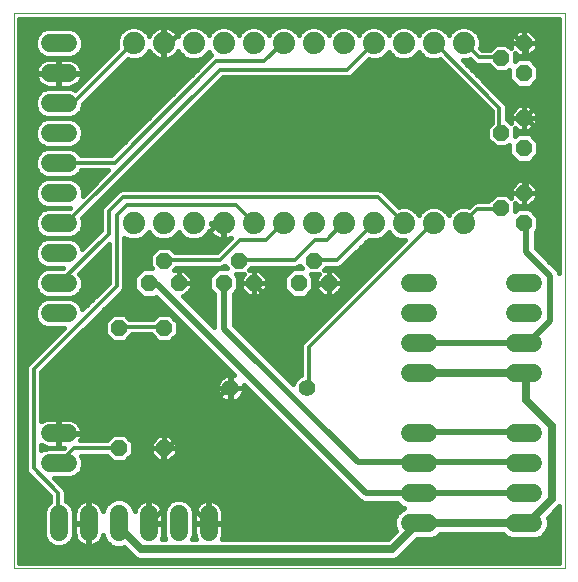
<source format=gtl>
G75*
%MOIN*%
%OFA0B0*%
%FSLAX25Y25*%
%IPPOS*%
%LPD*%
%AMOC8*
5,1,8,0,0,1.08239X$1,22.5*
%
%ADD10C,0.00000*%
%ADD11OC8,0.05200*%
%ADD12C,0.05543*%
%ADD13C,0.07400*%
%ADD14C,0.06000*%
%ADD15C,0.01200*%
%ADD16C,0.01600*%
%ADD17C,0.02500*%
%ADD18C,0.02000*%
D10*
X0001800Y0001800D02*
X0001800Y0186761D01*
X0185501Y0186761D01*
X0185501Y0001800D01*
X0001800Y0001800D01*
D11*
X0036800Y0041800D03*
X0051800Y0041800D03*
X0051800Y0081800D03*
X0036800Y0081800D03*
X0046800Y0096800D03*
X0051800Y0104300D03*
X0056800Y0096800D03*
X0071800Y0096800D03*
X0076800Y0104300D03*
X0081800Y0096800D03*
X0096800Y0096800D03*
X0101800Y0104300D03*
X0106800Y0096800D03*
X0164300Y0121800D03*
X0171800Y0116800D03*
X0171800Y0126800D03*
X0171800Y0141800D03*
X0164300Y0146800D03*
X0171800Y0151800D03*
X0171800Y0166800D03*
X0164300Y0171800D03*
X0171800Y0176800D03*
D12*
X0099595Y0061800D03*
X0074005Y0061800D03*
D13*
X0071800Y0116800D03*
X0081800Y0116800D03*
X0091800Y0116800D03*
X0101800Y0116800D03*
X0111800Y0116800D03*
X0121800Y0116800D03*
X0131800Y0116800D03*
X0141800Y0116800D03*
X0151800Y0116800D03*
X0151800Y0176800D03*
X0141800Y0176800D03*
X0131800Y0176800D03*
X0121800Y0176800D03*
X0111800Y0176800D03*
X0101800Y0176800D03*
X0091800Y0176800D03*
X0081800Y0176800D03*
X0071800Y0176800D03*
X0061800Y0176800D03*
X0051800Y0176800D03*
X0041800Y0176800D03*
X0041800Y0116800D03*
X0051800Y0116800D03*
X0061800Y0116800D03*
D14*
X0019800Y0116800D02*
X0013800Y0116800D01*
X0013800Y0106800D02*
X0019800Y0106800D01*
X0019800Y0096800D02*
X0013800Y0096800D01*
X0013800Y0086800D02*
X0019800Y0086800D01*
X0019800Y0126800D02*
X0013800Y0126800D01*
X0013800Y0136800D02*
X0019800Y0136800D01*
X0019800Y0146800D02*
X0013800Y0146800D01*
X0013800Y0156800D02*
X0019800Y0156800D01*
X0019800Y0166800D02*
X0013800Y0166800D01*
X0013800Y0176800D02*
X0019800Y0176800D01*
X0133800Y0096800D02*
X0139800Y0096800D01*
X0139800Y0086800D02*
X0133800Y0086800D01*
X0133800Y0076800D02*
X0139800Y0076800D01*
X0139800Y0066800D02*
X0133800Y0066800D01*
X0133800Y0046800D02*
X0139800Y0046800D01*
X0139800Y0036800D02*
X0133800Y0036800D01*
X0133800Y0026800D02*
X0139800Y0026800D01*
X0139800Y0016800D02*
X0133800Y0016800D01*
X0168800Y0016800D02*
X0174800Y0016800D01*
X0174800Y0026800D02*
X0168800Y0026800D01*
X0168800Y0036800D02*
X0174800Y0036800D01*
X0174800Y0046800D02*
X0168800Y0046800D01*
X0168800Y0066800D02*
X0174800Y0066800D01*
X0174800Y0076800D02*
X0168800Y0076800D01*
X0168800Y0086800D02*
X0174800Y0086800D01*
X0174800Y0096800D02*
X0168800Y0096800D01*
X0066800Y0019800D02*
X0066800Y0013800D01*
X0056800Y0013800D02*
X0056800Y0019800D01*
X0046800Y0019800D02*
X0046800Y0013800D01*
X0036800Y0013800D02*
X0036800Y0019800D01*
X0026800Y0019800D02*
X0026800Y0013800D01*
X0016800Y0013800D02*
X0016800Y0019800D01*
X0013800Y0036800D02*
X0019800Y0036800D01*
X0019800Y0046800D02*
X0013800Y0046800D01*
D15*
X0021900Y0041775D02*
X0017175Y0037050D01*
X0016800Y0036800D01*
X0021900Y0041775D02*
X0036750Y0041775D01*
X0036800Y0041800D01*
X0016500Y0026925D02*
X0008400Y0035025D01*
X0008400Y0068100D01*
X0036075Y0095775D01*
X0036075Y0119400D01*
X0039450Y0122775D01*
X0075900Y0122775D01*
X0081300Y0117375D01*
X0081800Y0116800D01*
X0086025Y0111300D02*
X0091425Y0116700D01*
X0091800Y0116800D01*
X0086025Y0111300D02*
X0077250Y0111300D01*
X0070500Y0104550D01*
X0052275Y0104550D01*
X0051800Y0104300D01*
X0033375Y0113325D02*
X0033375Y0120750D01*
X0038100Y0125475D01*
X0123150Y0125475D01*
X0131250Y0117375D01*
X0131800Y0116800D01*
X0141375Y0116700D02*
X0141800Y0116800D01*
X0141375Y0116700D02*
X0100200Y0075525D01*
X0100200Y0062025D01*
X0099595Y0061800D01*
X0101800Y0104300D02*
X0102225Y0104550D01*
X0109650Y0104550D01*
X0121800Y0116700D01*
X0121800Y0116800D01*
X0111800Y0116800D02*
X0111675Y0116700D01*
X0106275Y0111300D01*
X0102225Y0111300D01*
X0095475Y0104550D01*
X0077250Y0104550D01*
X0076800Y0104300D01*
X0051600Y0082275D02*
X0051800Y0081800D01*
X0051600Y0082275D02*
X0037425Y0082275D01*
X0036800Y0081800D01*
X0017175Y0097125D02*
X0016800Y0096800D01*
X0017175Y0097125D02*
X0033375Y0113325D01*
X0019875Y0117375D02*
X0070500Y0168000D01*
X0113025Y0168000D01*
X0121800Y0176775D01*
X0121800Y0176800D01*
X0141800Y0176800D02*
X0142050Y0176775D01*
X0163650Y0155175D01*
X0163650Y0147075D01*
X0164300Y0146800D01*
X0164300Y0121800D02*
X0163650Y0121425D01*
X0156225Y0121425D01*
X0152175Y0117375D01*
X0151800Y0116800D01*
X0156900Y0172050D02*
X0152175Y0176775D01*
X0151800Y0176800D01*
X0156900Y0172050D02*
X0163650Y0172050D01*
X0164300Y0171800D01*
X0091800Y0176800D02*
X0091425Y0176775D01*
X0085350Y0170700D01*
X0069150Y0170700D01*
X0035400Y0136950D01*
X0017175Y0136950D01*
X0016800Y0136800D01*
X0017175Y0117375D02*
X0016800Y0116800D01*
X0017175Y0117375D02*
X0019875Y0117375D01*
X0016800Y0156800D02*
X0017175Y0157200D01*
X0021900Y0157200D01*
X0041475Y0176775D01*
X0041800Y0176800D01*
X0016500Y0026925D02*
X0016500Y0016800D01*
X0016800Y0016800D01*
D16*
X0011800Y0016075D02*
X0003600Y0016075D01*
X0003600Y0017673D02*
X0011800Y0017673D01*
X0011800Y0019272D02*
X0003600Y0019272D01*
X0003600Y0020870D02*
X0011831Y0020870D01*
X0011800Y0020795D02*
X0011800Y0012805D01*
X0012561Y0010968D01*
X0013968Y0009561D01*
X0015805Y0008800D01*
X0017795Y0008800D01*
X0019632Y0009561D01*
X0021039Y0010968D01*
X0021800Y0012805D01*
X0021800Y0020795D01*
X0021039Y0022632D01*
X0019632Y0024039D01*
X0019100Y0024259D01*
X0019100Y0027442D01*
X0018704Y0028398D01*
X0015302Y0031800D01*
X0020795Y0031800D01*
X0022632Y0032561D01*
X0024039Y0033968D01*
X0024800Y0035805D01*
X0024800Y0037795D01*
X0024228Y0039175D01*
X0032920Y0039175D01*
X0034895Y0037200D01*
X0038705Y0037200D01*
X0041400Y0039895D01*
X0041400Y0043705D01*
X0038705Y0046400D01*
X0034895Y0046400D01*
X0032870Y0044375D01*
X0023952Y0044375D01*
X0024248Y0044957D01*
X0024482Y0045676D01*
X0024600Y0046422D01*
X0024600Y0046600D01*
X0017000Y0046600D01*
X0017000Y0047000D01*
X0016600Y0047000D01*
X0016600Y0051600D01*
X0013422Y0051600D01*
X0012676Y0051482D01*
X0011957Y0051248D01*
X0011284Y0050905D01*
X0011000Y0050699D01*
X0011000Y0067023D01*
X0037548Y0093571D01*
X0038279Y0094302D01*
X0038675Y0095258D01*
X0038675Y0111925D01*
X0040666Y0111100D01*
X0042934Y0111100D01*
X0045029Y0111968D01*
X0046632Y0113571D01*
X0046800Y0113976D01*
X0046968Y0113571D01*
X0048571Y0111968D01*
X0050666Y0111100D01*
X0052934Y0111100D01*
X0055029Y0111968D01*
X0056632Y0113571D01*
X0056800Y0113976D01*
X0056968Y0113571D01*
X0058571Y0111968D01*
X0060666Y0111100D01*
X0062934Y0111100D01*
X0065029Y0111968D01*
X0066632Y0113571D01*
X0066919Y0114264D01*
X0067096Y0113917D01*
X0067605Y0113217D01*
X0068217Y0112605D01*
X0068917Y0112096D01*
X0069689Y0111703D01*
X0070512Y0111435D01*
X0071367Y0111300D01*
X0071600Y0111300D01*
X0071600Y0116600D01*
X0067500Y0116600D01*
X0067500Y0117000D01*
X0071600Y0117000D01*
X0071600Y0116600D01*
X0072000Y0116600D01*
X0072000Y0111300D01*
X0072233Y0111300D01*
X0073088Y0111435D01*
X0073911Y0111703D01*
X0074043Y0111770D01*
X0069423Y0107150D01*
X0055455Y0107150D01*
X0053705Y0108900D01*
X0049895Y0108900D01*
X0047200Y0106205D01*
X0047200Y0102395D01*
X0047895Y0101700D01*
X0044770Y0101700D01*
X0041900Y0098830D01*
X0041900Y0094770D01*
X0044770Y0091900D01*
X0048830Y0091900D01*
X0049144Y0092214D01*
X0075110Y0066248D01*
X0075075Y0066259D01*
X0074365Y0066372D01*
X0074091Y0066372D01*
X0074091Y0061886D01*
X0078576Y0061886D01*
X0078576Y0062160D01*
X0078464Y0062871D01*
X0078452Y0062906D01*
X0116302Y0025056D01*
X0117231Y0024127D01*
X0118444Y0023625D01*
X0129480Y0023625D01*
X0130798Y0022307D01*
X0132022Y0021800D01*
X0130798Y0021293D01*
X0129307Y0019802D01*
X0128500Y0017854D01*
X0128500Y0015746D01*
X0129108Y0014278D01*
X0126405Y0011575D01*
X0071053Y0011575D01*
X0071248Y0011957D01*
X0071482Y0012676D01*
X0071600Y0013422D01*
X0071600Y0016600D01*
X0067000Y0016600D01*
X0067000Y0017000D01*
X0066600Y0017000D01*
X0066600Y0024600D01*
X0066422Y0024600D01*
X0065676Y0024482D01*
X0064957Y0024248D01*
X0064284Y0023905D01*
X0063673Y0023461D01*
X0063139Y0022927D01*
X0062695Y0022316D01*
X0062352Y0021643D01*
X0062118Y0020924D01*
X0062000Y0020178D01*
X0062000Y0017000D01*
X0066600Y0017000D01*
X0066600Y0016600D01*
X0062000Y0016600D01*
X0062000Y0013422D01*
X0062118Y0012676D01*
X0062352Y0011957D01*
X0062547Y0011575D01*
X0061290Y0011575D01*
X0061800Y0012805D01*
X0061800Y0020795D01*
X0061039Y0022632D01*
X0059632Y0024039D01*
X0057795Y0024800D01*
X0055805Y0024800D01*
X0053968Y0024039D01*
X0052561Y0022632D01*
X0051800Y0020795D01*
X0051800Y0012805D01*
X0052310Y0011575D01*
X0051053Y0011575D01*
X0051248Y0011957D01*
X0051482Y0012676D01*
X0051600Y0013422D01*
X0051600Y0016600D01*
X0047000Y0016600D01*
X0047000Y0017000D01*
X0046600Y0017000D01*
X0046600Y0024600D01*
X0046422Y0024600D01*
X0045676Y0024482D01*
X0044957Y0024248D01*
X0044284Y0023905D01*
X0043673Y0023461D01*
X0043139Y0022927D01*
X0042695Y0022316D01*
X0042352Y0021643D01*
X0042118Y0020924D01*
X0042100Y0020809D01*
X0042100Y0020854D01*
X0041293Y0022802D01*
X0039802Y0024293D01*
X0037854Y0025100D01*
X0035746Y0025100D01*
X0033798Y0024293D01*
X0032307Y0022802D01*
X0031500Y0020854D01*
X0031500Y0020809D01*
X0031482Y0020924D01*
X0031248Y0021643D01*
X0030905Y0022316D01*
X0030461Y0022927D01*
X0029927Y0023461D01*
X0029316Y0023905D01*
X0028643Y0024248D01*
X0027924Y0024482D01*
X0027178Y0024600D01*
X0027000Y0024600D01*
X0027000Y0017000D01*
X0026600Y0017000D01*
X0026600Y0024600D01*
X0026422Y0024600D01*
X0025676Y0024482D01*
X0024957Y0024248D01*
X0024284Y0023905D01*
X0023673Y0023461D01*
X0023139Y0022927D01*
X0022695Y0022316D01*
X0022352Y0021643D01*
X0022118Y0020924D01*
X0022000Y0020178D01*
X0022000Y0017000D01*
X0026600Y0017000D01*
X0026600Y0016600D01*
X0027000Y0016600D01*
X0027000Y0009000D01*
X0027178Y0009000D01*
X0027924Y0009118D01*
X0028643Y0009352D01*
X0029316Y0009695D01*
X0029927Y0010139D01*
X0030461Y0010673D01*
X0030905Y0011284D01*
X0031248Y0011957D01*
X0031482Y0012676D01*
X0031500Y0012791D01*
X0031500Y0012746D01*
X0032307Y0010798D01*
X0033798Y0009307D01*
X0035746Y0008500D01*
X0037854Y0008500D01*
X0038438Y0008742D01*
X0041165Y0006014D01*
X0042164Y0005015D01*
X0043469Y0004475D01*
X0128581Y0004475D01*
X0129886Y0005015D01*
X0136370Y0011500D01*
X0140854Y0011500D01*
X0142802Y0012307D01*
X0143745Y0013250D01*
X0164855Y0013250D01*
X0165798Y0012307D01*
X0167746Y0011500D01*
X0175854Y0011500D01*
X0177802Y0012307D01*
X0179293Y0013798D01*
X0180100Y0015746D01*
X0180100Y0017854D01*
X0179829Y0018509D01*
X0183701Y0022380D01*
X0183701Y0003600D01*
X0003600Y0003600D01*
X0003600Y0184961D01*
X0183701Y0184961D01*
X0183701Y0100106D01*
X0183323Y0101019D01*
X0182394Y0101948D01*
X0175725Y0108617D01*
X0175725Y0113795D01*
X0176700Y0114770D01*
X0176700Y0118830D01*
X0173830Y0121700D01*
X0169770Y0121700D01*
X0168900Y0120830D01*
X0168900Y0123477D01*
X0169977Y0122400D01*
X0171800Y0122400D01*
X0173623Y0122400D01*
X0176200Y0124977D01*
X0176200Y0126800D01*
X0176200Y0128623D01*
X0173623Y0131200D01*
X0171800Y0131200D01*
X0171800Y0126800D01*
X0172425Y0126825D01*
X0172425Y0134925D01*
X0177150Y0139650D01*
X0177150Y0147075D01*
X0172425Y0151800D01*
X0171800Y0151800D01*
X0172425Y0152475D01*
X0177150Y0157200D01*
X0177150Y0168675D01*
X0172425Y0173400D01*
X0172425Y0176775D01*
X0171800Y0176800D01*
X0171075Y0176775D01*
X0165000Y0182850D01*
X0059700Y0182850D01*
X0054300Y0177450D01*
X0052275Y0177450D01*
X0051800Y0176800D01*
X0052000Y0177000D02*
X0051600Y0177000D01*
X0051600Y0182300D01*
X0051367Y0182300D01*
X0050512Y0182165D01*
X0049689Y0181897D01*
X0048917Y0181504D01*
X0048217Y0180995D01*
X0047605Y0180383D01*
X0047096Y0179683D01*
X0046919Y0179336D01*
X0046632Y0180029D01*
X0045029Y0181632D01*
X0042934Y0182500D01*
X0040666Y0182500D01*
X0038571Y0181632D01*
X0036968Y0180029D01*
X0036100Y0177934D01*
X0036100Y0175666D01*
X0036273Y0175250D01*
X0022229Y0161206D01*
X0020795Y0161800D01*
X0012805Y0161800D01*
X0010968Y0161039D01*
X0009561Y0159632D01*
X0008800Y0157795D01*
X0008800Y0155805D01*
X0009561Y0153968D01*
X0010968Y0152561D01*
X0012805Y0151800D01*
X0010968Y0151039D01*
X0009561Y0149632D01*
X0008800Y0147795D01*
X0008800Y0145805D01*
X0009561Y0143968D01*
X0010968Y0142561D01*
X0012805Y0141800D01*
X0020795Y0141800D01*
X0022632Y0142561D01*
X0024039Y0143968D01*
X0024800Y0145805D01*
X0024800Y0147795D01*
X0024039Y0149632D01*
X0022632Y0151039D01*
X0020795Y0151800D01*
X0012805Y0151800D01*
X0020795Y0151800D01*
X0022632Y0152561D01*
X0024039Y0153968D01*
X0024800Y0155805D01*
X0024800Y0156423D01*
X0039825Y0171448D01*
X0040666Y0171100D01*
X0042934Y0171100D01*
X0045029Y0171968D01*
X0046632Y0173571D01*
X0046919Y0174264D01*
X0047096Y0173917D01*
X0047605Y0173217D01*
X0048217Y0172605D01*
X0048917Y0172096D01*
X0049689Y0171703D01*
X0050512Y0171435D01*
X0051367Y0171300D01*
X0051600Y0171300D01*
X0051600Y0176600D01*
X0052000Y0176600D01*
X0052000Y0171300D01*
X0052233Y0171300D01*
X0053088Y0171435D01*
X0053911Y0171703D01*
X0054683Y0172096D01*
X0055383Y0172605D01*
X0055995Y0173217D01*
X0056504Y0173917D01*
X0056681Y0174264D01*
X0056968Y0173571D01*
X0058571Y0171968D01*
X0060666Y0171100D01*
X0062934Y0171100D01*
X0065029Y0171968D01*
X0066632Y0173571D01*
X0066800Y0173976D01*
X0066968Y0173571D01*
X0067656Y0172883D01*
X0066946Y0172173D01*
X0066946Y0172173D01*
X0034323Y0139550D01*
X0024073Y0139550D01*
X0024039Y0139632D01*
X0022632Y0141039D01*
X0020795Y0141800D01*
X0012805Y0141800D01*
X0010968Y0141039D01*
X0009561Y0139632D01*
X0008800Y0137795D01*
X0008800Y0135805D01*
X0009561Y0133968D01*
X0010968Y0132561D01*
X0012805Y0131800D01*
X0010968Y0131039D01*
X0009561Y0129632D01*
X0008800Y0127795D01*
X0008800Y0125805D01*
X0009561Y0123968D01*
X0010968Y0122561D01*
X0012805Y0121800D01*
X0010968Y0121039D01*
X0009561Y0119632D01*
X0008800Y0117795D01*
X0008800Y0115805D01*
X0009561Y0113968D01*
X0010968Y0112561D01*
X0012805Y0111800D01*
X0020795Y0111800D01*
X0022632Y0112561D01*
X0024039Y0113968D01*
X0024800Y0115805D01*
X0024800Y0117795D01*
X0024557Y0118380D01*
X0071577Y0165400D01*
X0113542Y0165400D01*
X0114498Y0165796D01*
X0120055Y0171353D01*
X0120666Y0171100D01*
X0122934Y0171100D01*
X0125029Y0171968D01*
X0126632Y0173571D01*
X0126800Y0173976D01*
X0126968Y0173571D01*
X0128571Y0171968D01*
X0130666Y0171100D01*
X0132934Y0171100D01*
X0135029Y0171968D01*
X0136632Y0173571D01*
X0136800Y0173976D01*
X0136968Y0173571D01*
X0138571Y0171968D01*
X0140666Y0171100D01*
X0142934Y0171100D01*
X0143722Y0171426D01*
X0161050Y0154098D01*
X0161050Y0150055D01*
X0159700Y0148705D01*
X0159700Y0144895D01*
X0162395Y0142200D01*
X0166205Y0142200D01*
X0166900Y0142895D01*
X0166900Y0139770D01*
X0169770Y0136900D01*
X0173830Y0136900D01*
X0176700Y0139770D01*
X0176700Y0143830D01*
X0173830Y0146700D01*
X0169770Y0146700D01*
X0168900Y0145830D01*
X0168900Y0148477D01*
X0169977Y0147400D01*
X0171800Y0147400D01*
X0173623Y0147400D01*
X0176200Y0149977D01*
X0176200Y0151800D01*
X0176200Y0153623D01*
X0173623Y0156200D01*
X0171800Y0156200D01*
X0171800Y0151800D01*
X0171800Y0151800D01*
X0176200Y0151800D01*
X0171800Y0151800D01*
X0171800Y0151800D01*
X0171800Y0151800D01*
X0167400Y0151800D01*
X0167400Y0153623D01*
X0169977Y0156200D01*
X0171800Y0156200D01*
X0171800Y0151800D01*
X0171800Y0147400D01*
X0171800Y0151800D01*
X0171800Y0151800D01*
X0167400Y0151800D01*
X0167400Y0150205D01*
X0166250Y0151355D01*
X0166250Y0155692D01*
X0165854Y0156648D01*
X0151402Y0171100D01*
X0152934Y0171100D01*
X0153810Y0171463D01*
X0155427Y0169846D01*
X0156383Y0169450D01*
X0160145Y0169450D01*
X0162395Y0167200D01*
X0166205Y0167200D01*
X0166900Y0167895D01*
X0166900Y0164770D01*
X0169770Y0161900D01*
X0173830Y0161900D01*
X0176700Y0164770D01*
X0176700Y0168830D01*
X0173830Y0171700D01*
X0169770Y0171700D01*
X0168900Y0170830D01*
X0168900Y0173477D01*
X0169977Y0172400D01*
X0171800Y0172400D01*
X0173623Y0172400D01*
X0176200Y0174977D01*
X0176200Y0176800D01*
X0176200Y0178623D01*
X0173623Y0181200D01*
X0171800Y0181200D01*
X0171800Y0176800D01*
X0171800Y0176800D01*
X0176200Y0176800D01*
X0171800Y0176800D01*
X0171800Y0176800D01*
X0171800Y0176800D01*
X0167400Y0176800D01*
X0167400Y0178623D01*
X0169977Y0181200D01*
X0171800Y0181200D01*
X0171800Y0176800D01*
X0171800Y0172400D01*
X0171800Y0176800D01*
X0171800Y0176800D01*
X0167400Y0176800D01*
X0167400Y0175205D01*
X0166205Y0176400D01*
X0162395Y0176400D01*
X0160645Y0174650D01*
X0157977Y0174650D01*
X0157342Y0175285D01*
X0157500Y0175666D01*
X0157500Y0177934D01*
X0156632Y0180029D01*
X0155029Y0181632D01*
X0152934Y0182500D01*
X0150666Y0182500D01*
X0148571Y0181632D01*
X0146968Y0180029D01*
X0146800Y0179624D01*
X0146632Y0180029D01*
X0145029Y0181632D01*
X0142934Y0182500D01*
X0140666Y0182500D01*
X0138571Y0181632D01*
X0136968Y0180029D01*
X0136800Y0179624D01*
X0136632Y0180029D01*
X0135029Y0181632D01*
X0132934Y0182500D01*
X0130666Y0182500D01*
X0128571Y0181632D01*
X0126968Y0180029D01*
X0126800Y0179624D01*
X0126632Y0180029D01*
X0125029Y0181632D01*
X0122934Y0182500D01*
X0120666Y0182500D01*
X0118571Y0181632D01*
X0116968Y0180029D01*
X0116800Y0179624D01*
X0116632Y0180029D01*
X0115029Y0181632D01*
X0112934Y0182500D01*
X0110666Y0182500D01*
X0108571Y0181632D01*
X0106968Y0180029D01*
X0106800Y0179624D01*
X0106632Y0180029D01*
X0105029Y0181632D01*
X0102934Y0182500D01*
X0100666Y0182500D01*
X0098571Y0181632D01*
X0096968Y0180029D01*
X0096800Y0179624D01*
X0096632Y0180029D01*
X0095029Y0181632D01*
X0092934Y0182500D01*
X0090666Y0182500D01*
X0088571Y0181632D01*
X0086968Y0180029D01*
X0086800Y0179624D01*
X0086632Y0180029D01*
X0085029Y0181632D01*
X0082934Y0182500D01*
X0080666Y0182500D01*
X0078571Y0181632D01*
X0076968Y0180029D01*
X0076800Y0179624D01*
X0076632Y0180029D01*
X0075029Y0181632D01*
X0072934Y0182500D01*
X0070666Y0182500D01*
X0068571Y0181632D01*
X0066968Y0180029D01*
X0066800Y0179624D01*
X0066632Y0180029D01*
X0065029Y0181632D01*
X0062934Y0182500D01*
X0060666Y0182500D01*
X0058571Y0181632D01*
X0056968Y0180029D01*
X0056681Y0179336D01*
X0056504Y0179683D01*
X0055995Y0180383D01*
X0055383Y0180995D01*
X0054683Y0181504D01*
X0053911Y0181897D01*
X0053088Y0182165D01*
X0052233Y0182300D01*
X0052000Y0182300D01*
X0052000Y0177000D01*
X0052000Y0177525D02*
X0051600Y0177525D01*
X0051600Y0179123D02*
X0052000Y0179123D01*
X0052000Y0180722D02*
X0051600Y0180722D01*
X0047943Y0180722D02*
X0045939Y0180722D01*
X0043368Y0182320D02*
X0060232Y0182320D01*
X0057661Y0180722D02*
X0055657Y0180722D01*
X0052000Y0175926D02*
X0051600Y0175926D01*
X0051600Y0174328D02*
X0052000Y0174328D01*
X0052000Y0172729D02*
X0051600Y0172729D01*
X0048093Y0172729D02*
X0045790Y0172729D01*
X0043008Y0171131D02*
X0060592Y0171131D01*
X0063008Y0171131D02*
X0065904Y0171131D01*
X0065790Y0172729D02*
X0067502Y0172729D01*
X0064305Y0169532D02*
X0037909Y0169532D01*
X0039507Y0171131D02*
X0040592Y0171131D01*
X0036310Y0167934D02*
X0062707Y0167934D01*
X0061108Y0166335D02*
X0034712Y0166335D01*
X0033113Y0164737D02*
X0059510Y0164737D01*
X0057911Y0163138D02*
X0031515Y0163138D01*
X0029916Y0161539D02*
X0056313Y0161539D01*
X0054714Y0159941D02*
X0028318Y0159941D01*
X0026719Y0158342D02*
X0053116Y0158342D01*
X0051517Y0156744D02*
X0025121Y0156744D01*
X0024527Y0155145D02*
X0049919Y0155145D01*
X0048320Y0153547D02*
X0023618Y0153547D01*
X0021153Y0151948D02*
X0046721Y0151948D01*
X0045123Y0150350D02*
X0023321Y0150350D01*
X0024404Y0148751D02*
X0043524Y0148751D01*
X0041926Y0147153D02*
X0024800Y0147153D01*
X0024696Y0145554D02*
X0040327Y0145554D01*
X0038729Y0143956D02*
X0024027Y0143956D01*
X0022140Y0142357D02*
X0037130Y0142357D01*
X0035532Y0140759D02*
X0022912Y0140759D01*
X0024197Y0134350D02*
X0033173Y0134350D01*
X0024800Y0125977D01*
X0024800Y0127795D01*
X0024039Y0129632D01*
X0022632Y0131039D01*
X0020795Y0131800D01*
X0012805Y0131800D01*
X0020795Y0131800D01*
X0022632Y0132561D01*
X0024039Y0133968D01*
X0024197Y0134350D01*
X0022837Y0132766D02*
X0031589Y0132766D01*
X0029991Y0131168D02*
X0022321Y0131168D01*
X0024065Y0129569D02*
X0028392Y0129569D01*
X0026794Y0127971D02*
X0024727Y0127971D01*
X0024800Y0126372D02*
X0025195Y0126372D01*
X0029352Y0123175D02*
X0032123Y0123175D01*
X0031171Y0122223D02*
X0030775Y0121267D01*
X0030775Y0114402D01*
X0024615Y0108242D01*
X0024039Y0109632D01*
X0022632Y0111039D01*
X0020795Y0111800D01*
X0012805Y0111800D01*
X0010968Y0111039D01*
X0009561Y0109632D01*
X0008800Y0107795D01*
X0008800Y0105805D01*
X0009561Y0103968D01*
X0010968Y0102561D01*
X0012805Y0101800D01*
X0010968Y0101039D01*
X0009561Y0099632D01*
X0008800Y0097795D01*
X0008800Y0095805D01*
X0009561Y0093968D01*
X0010968Y0092561D01*
X0012805Y0091800D01*
X0010968Y0091039D01*
X0009561Y0089632D01*
X0008800Y0087795D01*
X0008800Y0085805D01*
X0009561Y0083968D01*
X0010968Y0082561D01*
X0012805Y0081800D01*
X0018423Y0081800D01*
X0006196Y0069573D01*
X0005800Y0068617D01*
X0005800Y0034508D01*
X0006196Y0033552D01*
X0006927Y0032821D01*
X0013900Y0025848D01*
X0013900Y0023971D01*
X0012561Y0022632D01*
X0011800Y0020795D01*
X0012494Y0022469D02*
X0003600Y0022469D01*
X0003600Y0024068D02*
X0013900Y0024068D01*
X0013900Y0025666D02*
X0003600Y0025666D01*
X0003600Y0027265D02*
X0012484Y0027265D01*
X0010885Y0028863D02*
X0003600Y0028863D01*
X0003600Y0030462D02*
X0009286Y0030462D01*
X0007688Y0032060D02*
X0003600Y0032060D01*
X0003600Y0033659D02*
X0006152Y0033659D01*
X0005800Y0035257D02*
X0003600Y0035257D01*
X0003600Y0036856D02*
X0005800Y0036856D01*
X0005800Y0038454D02*
X0003600Y0038454D01*
X0003600Y0040053D02*
X0005800Y0040053D01*
X0005800Y0041651D02*
X0003600Y0041651D01*
X0003600Y0043250D02*
X0005800Y0043250D01*
X0005800Y0044848D02*
X0003600Y0044848D01*
X0003600Y0046447D02*
X0005800Y0046447D01*
X0005800Y0048045D02*
X0003600Y0048045D01*
X0003600Y0049644D02*
X0005800Y0049644D01*
X0005800Y0051242D02*
X0003600Y0051242D01*
X0003600Y0052841D02*
X0005800Y0052841D01*
X0005800Y0054439D02*
X0003600Y0054439D01*
X0003600Y0056038D02*
X0005800Y0056038D01*
X0005800Y0057636D02*
X0003600Y0057636D01*
X0003600Y0059235D02*
X0005800Y0059235D01*
X0005800Y0060833D02*
X0003600Y0060833D01*
X0003600Y0062432D02*
X0005800Y0062432D01*
X0005800Y0064030D02*
X0003600Y0064030D01*
X0003600Y0065629D02*
X0005800Y0065629D01*
X0005800Y0067227D02*
X0003600Y0067227D01*
X0003600Y0068826D02*
X0005886Y0068826D01*
X0007047Y0070424D02*
X0003600Y0070424D01*
X0003600Y0072023D02*
X0008646Y0072023D01*
X0010244Y0073621D02*
X0003600Y0073621D01*
X0003600Y0075220D02*
X0011843Y0075220D01*
X0013441Y0076818D02*
X0003600Y0076818D01*
X0003600Y0078417D02*
X0015040Y0078417D01*
X0016638Y0080015D02*
X0003600Y0080015D01*
X0003600Y0081614D02*
X0018237Y0081614D01*
X0022394Y0078417D02*
X0033678Y0078417D01*
X0034895Y0077200D02*
X0032200Y0079895D01*
X0032200Y0083705D01*
X0034895Y0086400D01*
X0038705Y0086400D01*
X0040230Y0084875D01*
X0048370Y0084875D01*
X0049895Y0086400D01*
X0053705Y0086400D01*
X0056400Y0083705D01*
X0056400Y0079895D01*
X0053705Y0077200D01*
X0049895Y0077200D01*
X0047420Y0079675D01*
X0041180Y0079675D01*
X0038705Y0077200D01*
X0034895Y0077200D01*
X0032200Y0080015D02*
X0023992Y0080015D01*
X0025591Y0081614D02*
X0032200Y0081614D01*
X0032200Y0083212D02*
X0027189Y0083212D01*
X0028788Y0084811D02*
X0033306Y0084811D01*
X0030386Y0086409D02*
X0054949Y0086409D01*
X0053625Y0087000D02*
X0073875Y0066750D01*
X0073875Y0062025D01*
X0074005Y0061800D01*
X0073200Y0062025D01*
X0053625Y0042450D01*
X0052275Y0042450D01*
X0051800Y0041800D01*
X0051600Y0041775D01*
X0051600Y0024900D01*
X0059025Y0024900D01*
X0062400Y0021525D01*
X0062400Y0020850D01*
X0066450Y0016800D01*
X0066800Y0016800D01*
X0067000Y0017000D02*
X0067000Y0024600D01*
X0067178Y0024600D01*
X0067924Y0024482D01*
X0068643Y0024248D01*
X0069316Y0023905D01*
X0069927Y0023461D01*
X0070461Y0022927D01*
X0070905Y0022316D01*
X0071248Y0021643D01*
X0071482Y0020924D01*
X0071600Y0020178D01*
X0071600Y0017000D01*
X0067000Y0017000D01*
X0067000Y0017673D02*
X0066600Y0017673D01*
X0066600Y0019272D02*
X0067000Y0019272D01*
X0067000Y0020870D02*
X0066600Y0020870D01*
X0066600Y0022469D02*
X0067000Y0022469D01*
X0067000Y0024068D02*
X0066600Y0024068D01*
X0064603Y0024068D02*
X0059563Y0024068D01*
X0061106Y0022469D02*
X0062806Y0022469D01*
X0062110Y0020870D02*
X0061769Y0020870D01*
X0061800Y0019272D02*
X0062000Y0019272D01*
X0062000Y0017673D02*
X0061800Y0017673D01*
X0061800Y0016075D02*
X0062000Y0016075D01*
X0062000Y0014476D02*
X0061800Y0014476D01*
X0061800Y0012878D02*
X0062086Y0012878D01*
X0071514Y0012878D02*
X0127707Y0012878D01*
X0129026Y0014476D02*
X0071600Y0014476D01*
X0071600Y0016075D02*
X0128500Y0016075D01*
X0128500Y0017673D02*
X0071600Y0017673D01*
X0071600Y0019272D02*
X0129087Y0019272D01*
X0130375Y0020870D02*
X0071490Y0020870D01*
X0070794Y0022469D02*
X0130636Y0022469D01*
X0136150Y0011279D02*
X0183701Y0011279D01*
X0183701Y0009681D02*
X0134551Y0009681D01*
X0132953Y0008082D02*
X0183701Y0008082D01*
X0183701Y0006484D02*
X0131354Y0006484D01*
X0129572Y0004885D02*
X0183701Y0004885D01*
X0183701Y0012878D02*
X0178373Y0012878D01*
X0179574Y0014476D02*
X0183701Y0014476D01*
X0183701Y0016075D02*
X0180100Y0016075D01*
X0180100Y0017673D02*
X0183701Y0017673D01*
X0183701Y0019272D02*
X0180592Y0019272D01*
X0182191Y0020870D02*
X0183701Y0020870D01*
X0165227Y0012878D02*
X0143373Y0012878D01*
X0117375Y0024068D02*
X0068997Y0024068D01*
X0054037Y0024068D02*
X0048997Y0024068D01*
X0049316Y0023905D02*
X0048643Y0024248D01*
X0047924Y0024482D01*
X0047178Y0024600D01*
X0047000Y0024600D01*
X0047000Y0017000D01*
X0051600Y0017000D01*
X0051600Y0020178D01*
X0051482Y0020924D01*
X0051248Y0021643D01*
X0050905Y0022316D01*
X0050461Y0022927D01*
X0049927Y0023461D01*
X0049316Y0023905D01*
X0050794Y0022469D02*
X0052494Y0022469D01*
X0051600Y0021525D02*
X0046875Y0016800D01*
X0046800Y0016800D01*
X0046600Y0017673D02*
X0047000Y0017673D01*
X0047000Y0019272D02*
X0046600Y0019272D01*
X0046600Y0020870D02*
X0047000Y0020870D01*
X0047000Y0022469D02*
X0046600Y0022469D01*
X0046600Y0024068D02*
X0047000Y0024068D01*
X0044603Y0024068D02*
X0040028Y0024068D01*
X0041431Y0022469D02*
X0042806Y0022469D01*
X0042110Y0020870D02*
X0042093Y0020870D01*
X0033572Y0024068D02*
X0028997Y0024068D01*
X0027000Y0024068D02*
X0026600Y0024068D01*
X0026600Y0022469D02*
X0027000Y0022469D01*
X0027000Y0020870D02*
X0026600Y0020870D01*
X0026600Y0019272D02*
X0027000Y0019272D01*
X0027000Y0017673D02*
X0026600Y0017673D01*
X0026600Y0016600D02*
X0022000Y0016600D01*
X0022000Y0013422D01*
X0022118Y0012676D01*
X0022352Y0011957D01*
X0022695Y0011284D01*
X0023139Y0010673D01*
X0023673Y0010139D01*
X0024284Y0009695D01*
X0024957Y0009352D01*
X0025676Y0009118D01*
X0026422Y0009000D01*
X0026600Y0009000D01*
X0026600Y0016600D01*
X0026600Y0016075D02*
X0027000Y0016075D01*
X0027000Y0014476D02*
X0026600Y0014476D01*
X0026600Y0012878D02*
X0027000Y0012878D01*
X0027000Y0011279D02*
X0026600Y0011279D01*
X0026600Y0009681D02*
X0027000Y0009681D01*
X0029289Y0009681D02*
X0033424Y0009681D01*
X0032107Y0011279D02*
X0030902Y0011279D01*
X0024311Y0009681D02*
X0019752Y0009681D01*
X0021168Y0011279D02*
X0022698Y0011279D01*
X0022086Y0012878D02*
X0021800Y0012878D01*
X0021800Y0014476D02*
X0022000Y0014476D01*
X0022000Y0016075D02*
X0021800Y0016075D01*
X0021800Y0017673D02*
X0022000Y0017673D01*
X0022000Y0019272D02*
X0021800Y0019272D01*
X0021769Y0020870D02*
X0022110Y0020870D01*
X0022806Y0022469D02*
X0021106Y0022469D01*
X0019563Y0024068D02*
X0024603Y0024068D01*
X0019100Y0025666D02*
X0115692Y0025666D01*
X0114094Y0027265D02*
X0019100Y0027265D01*
X0018239Y0028863D02*
X0112495Y0028863D01*
X0110897Y0030462D02*
X0016640Y0030462D01*
X0021422Y0032060D02*
X0109298Y0032060D01*
X0107700Y0033659D02*
X0023730Y0033659D01*
X0024573Y0035257D02*
X0106101Y0035257D01*
X0104502Y0036856D02*
X0024800Y0036856D01*
X0024527Y0038454D02*
X0033641Y0038454D01*
X0033343Y0044848D02*
X0024193Y0044848D01*
X0024600Y0046447D02*
X0094911Y0046447D01*
X0093313Y0048045D02*
X0024442Y0048045D01*
X0024482Y0047924D02*
X0024248Y0048643D01*
X0023905Y0049316D01*
X0023461Y0049927D01*
X0022927Y0050461D01*
X0022316Y0050905D01*
X0021643Y0051248D01*
X0020924Y0051482D01*
X0020178Y0051600D01*
X0017000Y0051600D01*
X0017000Y0047000D01*
X0024600Y0047000D01*
X0024600Y0047178D01*
X0024482Y0047924D01*
X0023667Y0049644D02*
X0091714Y0049644D01*
X0090116Y0051242D02*
X0021655Y0051242D01*
X0017000Y0051242D02*
X0016600Y0051242D01*
X0016600Y0049644D02*
X0017000Y0049644D01*
X0017000Y0048045D02*
X0016600Y0048045D01*
X0016600Y0046600D02*
X0017000Y0046600D01*
X0017000Y0042000D01*
X0018448Y0042000D01*
X0018248Y0041800D01*
X0012805Y0041800D01*
X0011000Y0041052D01*
X0011000Y0042901D01*
X0011284Y0042695D01*
X0011957Y0042352D01*
X0012676Y0042118D01*
X0013422Y0042000D01*
X0016600Y0042000D01*
X0016600Y0046600D01*
X0016600Y0046447D02*
X0017000Y0046447D01*
X0017000Y0044848D02*
X0016600Y0044848D01*
X0016600Y0043250D02*
X0017000Y0043250D01*
X0012446Y0041651D02*
X0011000Y0041651D01*
X0011000Y0051242D02*
X0011945Y0051242D01*
X0011000Y0052841D02*
X0088517Y0052841D01*
X0086919Y0054439D02*
X0011000Y0054439D01*
X0011000Y0056038D02*
X0085320Y0056038D01*
X0083722Y0057636D02*
X0075903Y0057636D01*
X0075760Y0057563D02*
X0076401Y0057890D01*
X0076983Y0058313D01*
X0077492Y0058822D01*
X0077915Y0059404D01*
X0078241Y0060045D01*
X0078464Y0060729D01*
X0078576Y0061440D01*
X0078576Y0061714D01*
X0074091Y0061714D01*
X0074091Y0061886D01*
X0073919Y0061886D01*
X0073919Y0066372D01*
X0073645Y0066372D01*
X0072934Y0066259D01*
X0072250Y0066037D01*
X0071609Y0065710D01*
X0071026Y0065287D01*
X0070518Y0064778D01*
X0070095Y0064196D01*
X0069768Y0063555D01*
X0069546Y0062871D01*
X0069433Y0062160D01*
X0069433Y0061886D01*
X0073919Y0061886D01*
X0073919Y0061714D01*
X0074091Y0061714D01*
X0074091Y0057228D01*
X0074365Y0057228D01*
X0075075Y0057341D01*
X0075760Y0057563D01*
X0074091Y0057636D02*
X0073919Y0057636D01*
X0073919Y0057228D02*
X0073919Y0061714D01*
X0069433Y0061714D01*
X0069433Y0061440D01*
X0069546Y0060729D01*
X0069768Y0060045D01*
X0070095Y0059404D01*
X0070518Y0058822D01*
X0071026Y0058313D01*
X0071609Y0057890D01*
X0072250Y0057563D01*
X0072934Y0057341D01*
X0073645Y0057228D01*
X0073919Y0057228D01*
X0072107Y0057636D02*
X0011000Y0057636D01*
X0011000Y0059235D02*
X0070218Y0059235D01*
X0069529Y0060833D02*
X0011000Y0060833D01*
X0011000Y0062432D02*
X0069476Y0062432D01*
X0070010Y0064030D02*
X0011000Y0064030D01*
X0011000Y0065629D02*
X0071497Y0065629D01*
X0073919Y0065629D02*
X0074091Y0065629D01*
X0074091Y0064030D02*
X0073919Y0064030D01*
X0073919Y0062432D02*
X0074091Y0062432D01*
X0074091Y0060833D02*
X0073919Y0060833D01*
X0073919Y0059235D02*
X0074091Y0059235D01*
X0077792Y0059235D02*
X0082123Y0059235D01*
X0080525Y0060833D02*
X0078480Y0060833D01*
X0078533Y0062432D02*
X0078926Y0062432D01*
X0074131Y0067227D02*
X0011204Y0067227D01*
X0012803Y0068826D02*
X0072532Y0068826D01*
X0070934Y0070424D02*
X0014401Y0070424D01*
X0016000Y0072023D02*
X0069335Y0072023D01*
X0067737Y0073621D02*
X0017598Y0073621D01*
X0019197Y0075220D02*
X0066138Y0075220D01*
X0064540Y0076818D02*
X0020795Y0076818D01*
X0024688Y0088065D02*
X0024039Y0089632D01*
X0022632Y0091039D01*
X0020795Y0091800D01*
X0012805Y0091800D01*
X0020795Y0091800D01*
X0022632Y0092561D01*
X0024039Y0093968D01*
X0024800Y0095805D01*
X0024800Y0097795D01*
X0024039Y0099632D01*
X0023699Y0099972D01*
X0033475Y0109748D01*
X0033475Y0096852D01*
X0024688Y0088065D01*
X0024049Y0089606D02*
X0026230Y0089606D01*
X0027828Y0091205D02*
X0022231Y0091205D01*
X0022875Y0092803D02*
X0029427Y0092803D01*
X0031025Y0094402D02*
X0024219Y0094402D01*
X0024800Y0096001D02*
X0032624Y0096001D01*
X0033475Y0097599D02*
X0024800Y0097599D01*
X0024219Y0099198D02*
X0033475Y0099198D01*
X0033475Y0100796D02*
X0024523Y0100796D01*
X0026121Y0102395D02*
X0033475Y0102395D01*
X0033475Y0103993D02*
X0027720Y0103993D01*
X0029319Y0105592D02*
X0033475Y0105592D01*
X0033475Y0107190D02*
X0030917Y0107190D01*
X0032516Y0108789D02*
X0033475Y0108789D01*
X0028359Y0111986D02*
X0021243Y0111986D01*
X0023284Y0110387D02*
X0026760Y0110387D01*
X0025162Y0108789D02*
X0024388Y0108789D01*
X0023655Y0113584D02*
X0029957Y0113584D01*
X0030775Y0115183D02*
X0024542Y0115183D01*
X0024800Y0116781D02*
X0030775Y0116781D01*
X0030775Y0118380D02*
X0024558Y0118380D01*
X0026155Y0119978D02*
X0030775Y0119978D01*
X0030903Y0121577D02*
X0027754Y0121577D01*
X0031171Y0122223D02*
X0035896Y0126948D01*
X0036627Y0127679D01*
X0037583Y0128075D01*
X0123667Y0128075D01*
X0124623Y0127679D01*
X0130055Y0122247D01*
X0130666Y0122500D01*
X0132934Y0122500D01*
X0135029Y0121632D01*
X0136632Y0120029D01*
X0136800Y0119624D01*
X0136968Y0120029D01*
X0138571Y0121632D01*
X0140666Y0122500D01*
X0142934Y0122500D01*
X0145029Y0121632D01*
X0146632Y0120029D01*
X0146800Y0119624D01*
X0146968Y0120029D01*
X0148571Y0121632D01*
X0150666Y0122500D01*
X0152934Y0122500D01*
X0153421Y0122298D01*
X0154752Y0123629D01*
X0155708Y0124025D01*
X0160020Y0124025D01*
X0162395Y0126400D01*
X0166205Y0126400D01*
X0167400Y0125205D01*
X0167400Y0126800D01*
X0171800Y0126800D01*
X0171800Y0126800D01*
X0176200Y0126800D01*
X0171800Y0126800D01*
X0171800Y0126800D01*
X0171800Y0126800D01*
X0171800Y0131200D01*
X0169977Y0131200D01*
X0167400Y0128623D01*
X0167400Y0126800D01*
X0171800Y0126800D01*
X0171800Y0122400D01*
X0171800Y0126800D01*
X0171800Y0126800D01*
X0171800Y0126372D02*
X0171800Y0126372D01*
X0171800Y0124774D02*
X0171800Y0124774D01*
X0171800Y0123175D02*
X0171800Y0123175D01*
X0174398Y0123175D02*
X0183701Y0123175D01*
X0183701Y0121577D02*
X0173953Y0121577D01*
X0175551Y0119978D02*
X0183701Y0119978D01*
X0183701Y0118380D02*
X0176700Y0118380D01*
X0176700Y0116781D02*
X0183701Y0116781D01*
X0183701Y0115183D02*
X0176700Y0115183D01*
X0175725Y0113584D02*
X0183701Y0113584D01*
X0183701Y0111986D02*
X0175725Y0111986D01*
X0175725Y0110387D02*
X0183701Y0110387D01*
X0183701Y0108789D02*
X0175725Y0108789D01*
X0177152Y0107190D02*
X0183701Y0107190D01*
X0183701Y0105592D02*
X0178750Y0105592D01*
X0180349Y0103993D02*
X0183701Y0103993D01*
X0183701Y0102395D02*
X0181947Y0102395D01*
X0182394Y0101948D02*
X0182394Y0101948D01*
X0183415Y0100796D02*
X0183701Y0100796D01*
X0169647Y0121577D02*
X0168900Y0121577D01*
X0168900Y0123175D02*
X0169202Y0123175D01*
X0167400Y0126372D02*
X0166233Y0126372D01*
X0167400Y0127971D02*
X0123919Y0127971D01*
X0125930Y0126372D02*
X0162367Y0126372D01*
X0160768Y0124774D02*
X0127528Y0124774D01*
X0129127Y0123175D02*
X0154298Y0123175D01*
X0148516Y0121577D02*
X0145084Y0121577D01*
X0146653Y0119978D02*
X0146947Y0119978D01*
X0138516Y0121577D02*
X0135084Y0121577D01*
X0136653Y0119978D02*
X0136947Y0119978D01*
X0130666Y0111100D02*
X0128571Y0111968D01*
X0126968Y0113571D01*
X0126800Y0113976D01*
X0126632Y0113571D01*
X0125029Y0111968D01*
X0122934Y0111100D01*
X0120666Y0111100D01*
X0120108Y0111331D01*
X0111123Y0102346D01*
X0110167Y0101950D01*
X0105955Y0101950D01*
X0105205Y0101200D01*
X0106800Y0101200D01*
X0106800Y0096800D01*
X0106275Y0096450D01*
X0103575Y0096450D01*
X0098850Y0091725D01*
X0086700Y0091725D01*
X0081975Y0096450D01*
X0081800Y0096800D01*
X0081800Y0096800D01*
X0081800Y0101200D01*
X0083623Y0101200D01*
X0086200Y0098623D01*
X0086200Y0096800D01*
X0081800Y0096800D01*
X0081800Y0096800D01*
X0081800Y0101200D01*
X0080205Y0101200D01*
X0080955Y0101950D01*
X0095992Y0101950D01*
X0096948Y0102346D01*
X0097200Y0102598D01*
X0097200Y0102395D01*
X0097895Y0101700D01*
X0094770Y0101700D01*
X0091900Y0098830D01*
X0091900Y0094770D01*
X0094770Y0091900D01*
X0098830Y0091900D01*
X0101700Y0094770D01*
X0101700Y0098830D01*
X0100830Y0099700D01*
X0103477Y0099700D01*
X0102400Y0098623D01*
X0102400Y0096800D01*
X0106800Y0096800D01*
X0106800Y0096800D01*
X0111200Y0096800D01*
X0111200Y0098623D01*
X0108623Y0101200D01*
X0106800Y0101200D01*
X0106800Y0096800D01*
X0106800Y0096800D01*
X0111200Y0096800D01*
X0111200Y0094977D01*
X0108623Y0092400D01*
X0106800Y0092400D01*
X0106800Y0096800D01*
X0106800Y0096800D01*
X0106800Y0096800D01*
X0106800Y0092400D01*
X0104977Y0092400D01*
X0102400Y0094977D01*
X0102400Y0096800D01*
X0106800Y0096800D01*
X0106800Y0097599D02*
X0106800Y0097599D01*
X0106800Y0096001D02*
X0106800Y0096001D01*
X0106800Y0094402D02*
X0106800Y0094402D01*
X0106800Y0092803D02*
X0106800Y0092803D01*
X0109026Y0092803D02*
X0113802Y0092803D01*
X0112203Y0091205D02*
X0075150Y0091205D01*
X0075150Y0092803D02*
X0079574Y0092803D01*
X0079977Y0092400D02*
X0077400Y0094977D01*
X0077400Y0096800D01*
X0081800Y0096800D01*
X0086200Y0096800D01*
X0086200Y0094977D01*
X0083623Y0092400D01*
X0081800Y0092400D01*
X0081800Y0096800D01*
X0081800Y0096800D01*
X0081800Y0096800D01*
X0081800Y0092400D01*
X0079977Y0092400D01*
X0081800Y0092803D02*
X0081800Y0092803D01*
X0081800Y0094402D02*
X0081800Y0094402D01*
X0081800Y0096001D02*
X0081800Y0096001D01*
X0081800Y0096800D02*
X0077400Y0096800D01*
X0077400Y0098623D01*
X0078477Y0099700D01*
X0075830Y0099700D01*
X0076700Y0098830D01*
X0076700Y0094770D01*
X0075150Y0093220D01*
X0075150Y0082967D01*
X0094983Y0063134D01*
X0095550Y0064503D01*
X0096892Y0065845D01*
X0097600Y0066138D01*
X0097600Y0075008D01*
X0097600Y0076042D01*
X0097996Y0076998D01*
X0132098Y0111100D01*
X0130666Y0111100D01*
X0131385Y0110387D02*
X0119164Y0110387D01*
X0117566Y0108789D02*
X0129787Y0108789D01*
X0128188Y0107190D02*
X0115967Y0107190D01*
X0114369Y0105592D02*
X0126590Y0105592D01*
X0124991Y0103993D02*
X0112770Y0103993D01*
X0111172Y0102395D02*
X0123393Y0102395D01*
X0121794Y0100796D02*
X0109026Y0100796D01*
X0106800Y0100796D02*
X0106800Y0100796D01*
X0106800Y0099198D02*
X0106800Y0099198D01*
X0102975Y0099198D02*
X0101332Y0099198D01*
X0101700Y0097599D02*
X0102400Y0097599D01*
X0102400Y0096001D02*
X0101700Y0096001D01*
X0101332Y0094402D02*
X0102975Y0094402D01*
X0104574Y0092803D02*
X0099733Y0092803D01*
X0093867Y0092803D02*
X0084026Y0092803D01*
X0085625Y0094402D02*
X0092268Y0094402D01*
X0091900Y0096001D02*
X0086200Y0096001D01*
X0086200Y0097599D02*
X0091900Y0097599D01*
X0092268Y0099198D02*
X0085625Y0099198D01*
X0084026Y0100796D02*
X0093866Y0100796D01*
X0096996Y0102395D02*
X0097200Y0102395D01*
X0110625Y0099198D02*
X0120196Y0099198D01*
X0118597Y0097599D02*
X0111200Y0097599D01*
X0111200Y0096001D02*
X0116999Y0096001D01*
X0115400Y0094402D02*
X0110625Y0094402D01*
X0110605Y0089606D02*
X0075150Y0089606D01*
X0075150Y0088008D02*
X0109006Y0088008D01*
X0107408Y0086409D02*
X0075150Y0086409D01*
X0075150Y0084811D02*
X0105809Y0084811D01*
X0104210Y0083212D02*
X0075150Y0083212D01*
X0076503Y0081614D02*
X0102612Y0081614D01*
X0101013Y0080015D02*
X0078101Y0080015D01*
X0079700Y0078417D02*
X0099415Y0078417D01*
X0097922Y0076818D02*
X0081298Y0076818D01*
X0082897Y0075220D02*
X0097600Y0075220D01*
X0097600Y0073621D02*
X0084496Y0073621D01*
X0086094Y0072023D02*
X0097600Y0072023D01*
X0097600Y0070424D02*
X0087693Y0070424D01*
X0089291Y0068826D02*
X0097600Y0068826D01*
X0097600Y0067227D02*
X0090890Y0067227D01*
X0092488Y0065629D02*
X0096676Y0065629D01*
X0095354Y0064030D02*
X0094087Y0064030D01*
X0096510Y0044848D02*
X0054974Y0044848D01*
X0056200Y0043623D02*
X0053623Y0046200D01*
X0051800Y0046200D01*
X0051800Y0041800D01*
X0051800Y0041800D01*
X0056200Y0041800D01*
X0056200Y0043623D01*
X0056200Y0043250D02*
X0098108Y0043250D01*
X0099707Y0041651D02*
X0056200Y0041651D01*
X0056200Y0041800D02*
X0051800Y0041800D01*
X0051800Y0041800D01*
X0051800Y0041800D01*
X0047400Y0041800D01*
X0047400Y0043623D01*
X0049977Y0046200D01*
X0051800Y0046200D01*
X0051800Y0041800D01*
X0051800Y0037400D01*
X0053623Y0037400D01*
X0056200Y0039977D01*
X0056200Y0041800D01*
X0056200Y0040053D02*
X0101305Y0040053D01*
X0102904Y0038454D02*
X0054677Y0038454D01*
X0051800Y0038454D02*
X0051800Y0038454D01*
X0051800Y0037400D02*
X0049977Y0037400D01*
X0047400Y0039977D01*
X0047400Y0041800D01*
X0051800Y0041800D01*
X0051800Y0041800D01*
X0051800Y0037400D01*
X0051800Y0040053D02*
X0051800Y0040053D01*
X0051800Y0041651D02*
X0051800Y0041651D01*
X0051800Y0043250D02*
X0051800Y0043250D01*
X0051800Y0044848D02*
X0051800Y0044848D01*
X0048626Y0044848D02*
X0040257Y0044848D01*
X0041400Y0043250D02*
X0047400Y0043250D01*
X0047400Y0041651D02*
X0041400Y0041651D01*
X0041400Y0040053D02*
X0047400Y0040053D01*
X0048923Y0038454D02*
X0039959Y0038454D01*
X0051600Y0024900D02*
X0051600Y0021525D01*
X0051490Y0020870D02*
X0051831Y0020870D01*
X0051800Y0019272D02*
X0051600Y0019272D01*
X0051600Y0017673D02*
X0051800Y0017673D01*
X0051800Y0016075D02*
X0051600Y0016075D01*
X0051600Y0014476D02*
X0051800Y0014476D01*
X0051800Y0012878D02*
X0051514Y0012878D01*
X0042478Y0004885D02*
X0003600Y0004885D01*
X0003600Y0006484D02*
X0040696Y0006484D01*
X0039097Y0008082D02*
X0003600Y0008082D01*
X0003600Y0009681D02*
X0013848Y0009681D01*
X0012432Y0011279D02*
X0003600Y0011279D01*
X0003600Y0012878D02*
X0011800Y0012878D01*
X0011800Y0014476D02*
X0003600Y0014476D01*
X0030794Y0022469D02*
X0032169Y0022469D01*
X0031507Y0020870D02*
X0031490Y0020870D01*
X0039922Y0078417D02*
X0048678Y0078417D01*
X0054922Y0078417D02*
X0062941Y0078417D01*
X0061343Y0080015D02*
X0056400Y0080015D01*
X0056400Y0081614D02*
X0059744Y0081614D01*
X0058146Y0083212D02*
X0056400Y0083212D01*
X0056547Y0084811D02*
X0055294Y0084811D01*
X0053625Y0087000D02*
X0049575Y0087000D01*
X0041475Y0095100D01*
X0041475Y0100500D01*
X0050250Y0109275D01*
X0062400Y0109275D01*
X0069825Y0116700D01*
X0071175Y0116700D01*
X0071800Y0116800D01*
X0071600Y0116781D02*
X0067500Y0116781D01*
X0067338Y0113584D02*
X0066638Y0113584D01*
X0065047Y0111986D02*
X0069134Y0111986D01*
X0071600Y0111986D02*
X0072000Y0111986D01*
X0072000Y0113584D02*
X0071600Y0113584D01*
X0071600Y0115183D02*
X0072000Y0115183D01*
X0072660Y0110387D02*
X0038675Y0110387D01*
X0038675Y0108789D02*
X0049783Y0108789D01*
X0048185Y0107190D02*
X0038675Y0107190D01*
X0038675Y0105592D02*
X0047200Y0105592D01*
X0047200Y0103993D02*
X0038675Y0103993D01*
X0038675Y0102395D02*
X0047200Y0102395D01*
X0043866Y0100796D02*
X0038675Y0100796D01*
X0038675Y0099198D02*
X0042268Y0099198D01*
X0041900Y0097599D02*
X0038675Y0097599D01*
X0038675Y0096001D02*
X0041900Y0096001D01*
X0042268Y0094402D02*
X0038320Y0094402D01*
X0036780Y0092803D02*
X0043867Y0092803D01*
X0050153Y0091205D02*
X0035182Y0091205D01*
X0033583Y0089606D02*
X0051752Y0089606D01*
X0053350Y0088008D02*
X0031985Y0088008D01*
X0018173Y0101800D02*
X0012805Y0101800D01*
X0018173Y0101800D01*
X0018173Y0101800D01*
X0011370Y0102395D02*
X0003600Y0102395D01*
X0003600Y0103993D02*
X0009551Y0103993D01*
X0008889Y0105592D02*
X0003600Y0105592D01*
X0003600Y0107190D02*
X0008800Y0107190D01*
X0009212Y0108789D02*
X0003600Y0108789D01*
X0003600Y0110387D02*
X0010316Y0110387D01*
X0012357Y0111986D02*
X0003600Y0111986D01*
X0003600Y0113584D02*
X0009945Y0113584D01*
X0009058Y0115183D02*
X0003600Y0115183D01*
X0003600Y0116781D02*
X0008800Y0116781D01*
X0009042Y0118380D02*
X0003600Y0118380D01*
X0003600Y0119978D02*
X0009907Y0119978D01*
X0012266Y0121577D02*
X0003600Y0121577D01*
X0003600Y0123175D02*
X0010354Y0123175D01*
X0009227Y0124774D02*
X0003600Y0124774D01*
X0003600Y0126372D02*
X0008800Y0126372D01*
X0008873Y0127971D02*
X0003600Y0127971D01*
X0003600Y0129569D02*
X0009535Y0129569D01*
X0011279Y0131168D02*
X0003600Y0131168D01*
X0003600Y0132766D02*
X0010763Y0132766D01*
X0009397Y0134365D02*
X0003600Y0134365D01*
X0003600Y0135963D02*
X0008800Y0135963D01*
X0008800Y0137562D02*
X0003600Y0137562D01*
X0003600Y0139160D02*
X0009366Y0139160D01*
X0010688Y0140759D02*
X0003600Y0140759D01*
X0003600Y0142357D02*
X0011460Y0142357D01*
X0009573Y0143956D02*
X0003600Y0143956D01*
X0003600Y0145554D02*
X0008904Y0145554D01*
X0008800Y0147153D02*
X0003600Y0147153D01*
X0003600Y0148751D02*
X0009196Y0148751D01*
X0010279Y0150350D02*
X0003600Y0150350D01*
X0003600Y0151948D02*
X0012447Y0151948D01*
X0009982Y0153547D02*
X0003600Y0153547D01*
X0003600Y0155145D02*
X0009073Y0155145D01*
X0008800Y0156744D02*
X0003600Y0156744D01*
X0003600Y0158342D02*
X0009027Y0158342D01*
X0009870Y0159941D02*
X0003600Y0159941D01*
X0003600Y0161539D02*
X0012177Y0161539D01*
X0012676Y0162118D02*
X0013422Y0162000D01*
X0016600Y0162000D01*
X0016600Y0166600D01*
X0017000Y0166600D01*
X0017000Y0167000D01*
X0016600Y0167000D01*
X0016600Y0171600D01*
X0013422Y0171600D01*
X0012676Y0171482D01*
X0011957Y0171248D01*
X0011284Y0170905D01*
X0010673Y0170461D01*
X0010139Y0169927D01*
X0009695Y0169316D01*
X0009352Y0168643D01*
X0009118Y0167924D01*
X0009000Y0167178D01*
X0009000Y0167000D01*
X0016600Y0167000D01*
X0016600Y0166600D01*
X0009000Y0166600D01*
X0009000Y0166422D01*
X0009118Y0165676D01*
X0009352Y0164957D01*
X0009695Y0164284D01*
X0010139Y0163673D01*
X0010673Y0163139D01*
X0011284Y0162695D01*
X0011957Y0162352D01*
X0012676Y0162118D01*
X0010674Y0163138D02*
X0003600Y0163138D01*
X0003600Y0164737D02*
X0009464Y0164737D01*
X0009014Y0166335D02*
X0003600Y0166335D01*
X0003600Y0167934D02*
X0009121Y0167934D01*
X0009852Y0169532D02*
X0003600Y0169532D01*
X0003600Y0171131D02*
X0011726Y0171131D01*
X0012805Y0171800D02*
X0010968Y0172561D01*
X0009561Y0173968D01*
X0008800Y0175805D01*
X0008800Y0177795D01*
X0009561Y0179632D01*
X0010968Y0181039D01*
X0012805Y0181800D01*
X0020795Y0181800D01*
X0022632Y0181039D01*
X0024039Y0179632D01*
X0024800Y0177795D01*
X0024800Y0175805D01*
X0024039Y0173968D01*
X0022632Y0172561D01*
X0020795Y0171800D01*
X0012805Y0171800D01*
X0010800Y0172729D02*
X0003600Y0172729D01*
X0003600Y0174328D02*
X0009412Y0174328D01*
X0008800Y0175926D02*
X0003600Y0175926D01*
X0003600Y0177525D02*
X0008800Y0177525D01*
X0009350Y0179123D02*
X0003600Y0179123D01*
X0003600Y0180722D02*
X0010651Y0180722D01*
X0003600Y0182320D02*
X0040232Y0182320D01*
X0037661Y0180722D02*
X0022949Y0180722D01*
X0024250Y0179123D02*
X0036593Y0179123D01*
X0036100Y0177525D02*
X0024800Y0177525D01*
X0024800Y0175926D02*
X0036100Y0175926D01*
X0035351Y0174328D02*
X0024188Y0174328D01*
X0022800Y0172729D02*
X0033752Y0172729D01*
X0032154Y0171131D02*
X0021874Y0171131D01*
X0021643Y0171248D02*
X0020924Y0171482D01*
X0020178Y0171600D01*
X0017000Y0171600D01*
X0017000Y0167000D01*
X0024600Y0167000D01*
X0024600Y0167178D01*
X0024482Y0167924D01*
X0024248Y0168643D01*
X0023905Y0169316D01*
X0023461Y0169927D01*
X0022927Y0170461D01*
X0022316Y0170905D01*
X0021643Y0171248D01*
X0023748Y0169532D02*
X0030555Y0169532D01*
X0028957Y0167934D02*
X0024479Y0167934D01*
X0024600Y0166600D02*
X0017000Y0166600D01*
X0017000Y0162000D01*
X0020178Y0162000D01*
X0020924Y0162118D01*
X0021643Y0162352D01*
X0022316Y0162695D01*
X0022927Y0163139D01*
X0023461Y0163673D01*
X0023905Y0164284D01*
X0024248Y0164957D01*
X0024482Y0165676D01*
X0024600Y0166422D01*
X0024600Y0166600D01*
X0024586Y0166335D02*
X0027358Y0166335D01*
X0025760Y0164737D02*
X0024136Y0164737D01*
X0024161Y0163138D02*
X0022926Y0163138D01*
X0022563Y0161539D02*
X0021423Y0161539D01*
X0017000Y0163138D02*
X0016600Y0163138D01*
X0016600Y0164737D02*
X0017000Y0164737D01*
X0017000Y0166335D02*
X0016600Y0166335D01*
X0016600Y0167934D02*
X0017000Y0167934D01*
X0017000Y0169532D02*
X0016600Y0169532D01*
X0016600Y0171131D02*
X0017000Y0171131D01*
X0003600Y0183919D02*
X0183701Y0183919D01*
X0183701Y0182320D02*
X0153368Y0182320D01*
X0155939Y0180722D02*
X0169499Y0180722D01*
X0167901Y0179123D02*
X0157007Y0179123D01*
X0157500Y0177525D02*
X0167400Y0177525D01*
X0167400Y0175926D02*
X0166679Y0175926D01*
X0168900Y0172729D02*
X0169648Y0172729D01*
X0169201Y0171131D02*
X0168900Y0171131D01*
X0171800Y0172729D02*
X0171800Y0172729D01*
X0171800Y0174328D02*
X0171800Y0174328D01*
X0171800Y0175926D02*
X0171800Y0175926D01*
X0171800Y0177525D02*
X0171800Y0177525D01*
X0171800Y0179123D02*
X0171800Y0179123D01*
X0171800Y0180722D02*
X0171800Y0180722D01*
X0174101Y0180722D02*
X0183701Y0180722D01*
X0183701Y0179123D02*
X0175699Y0179123D01*
X0176200Y0177525D02*
X0183701Y0177525D01*
X0183701Y0175926D02*
X0176200Y0175926D01*
X0175550Y0174328D02*
X0183701Y0174328D01*
X0183701Y0172729D02*
X0173952Y0172729D01*
X0174399Y0171131D02*
X0183701Y0171131D01*
X0183701Y0169532D02*
X0175998Y0169532D01*
X0176700Y0167934D02*
X0183701Y0167934D01*
X0183701Y0166335D02*
X0176700Y0166335D01*
X0176666Y0164737D02*
X0183701Y0164737D01*
X0183701Y0163138D02*
X0175068Y0163138D01*
X0168532Y0163138D02*
X0159364Y0163138D01*
X0160962Y0161539D02*
X0183701Y0161539D01*
X0183701Y0159941D02*
X0162561Y0159941D01*
X0164159Y0158342D02*
X0183701Y0158342D01*
X0183701Y0156744D02*
X0165758Y0156744D01*
X0166250Y0155145D02*
X0168923Y0155145D01*
X0167400Y0153547D02*
X0166250Y0153547D01*
X0166250Y0151948D02*
X0167400Y0151948D01*
X0167400Y0150350D02*
X0167255Y0150350D01*
X0168900Y0147153D02*
X0183701Y0147153D01*
X0183701Y0148751D02*
X0174974Y0148751D01*
X0176200Y0150350D02*
X0183701Y0150350D01*
X0183701Y0151948D02*
X0176200Y0151948D01*
X0176200Y0153547D02*
X0183701Y0153547D01*
X0183701Y0155145D02*
X0174677Y0155145D01*
X0171800Y0155145D02*
X0171800Y0155145D01*
X0171800Y0153547D02*
X0171800Y0153547D01*
X0171800Y0151948D02*
X0171800Y0151948D01*
X0171800Y0150350D02*
X0171800Y0150350D01*
X0171800Y0148751D02*
X0171800Y0148751D01*
X0174975Y0145554D02*
X0183701Y0145554D01*
X0183701Y0143956D02*
X0176574Y0143956D01*
X0176700Y0142357D02*
X0183701Y0142357D01*
X0183701Y0140759D02*
X0176700Y0140759D01*
X0176090Y0139160D02*
X0183701Y0139160D01*
X0183701Y0137562D02*
X0174491Y0137562D01*
X0169109Y0137562D02*
X0043739Y0137562D01*
X0045337Y0139160D02*
X0167510Y0139160D01*
X0166900Y0140759D02*
X0046936Y0140759D01*
X0048534Y0142357D02*
X0162237Y0142357D01*
X0160639Y0143956D02*
X0050133Y0143956D01*
X0051731Y0145554D02*
X0159700Y0145554D01*
X0159700Y0147153D02*
X0053330Y0147153D01*
X0054928Y0148751D02*
X0159746Y0148751D01*
X0161050Y0150350D02*
X0056527Y0150350D01*
X0058125Y0151948D02*
X0161050Y0151948D01*
X0161050Y0153547D02*
X0059724Y0153547D01*
X0061322Y0155145D02*
X0160003Y0155145D01*
X0158404Y0156744D02*
X0062921Y0156744D01*
X0064519Y0158342D02*
X0156806Y0158342D01*
X0155207Y0159941D02*
X0066118Y0159941D01*
X0067716Y0161539D02*
X0153609Y0161539D01*
X0152010Y0163138D02*
X0069315Y0163138D01*
X0070913Y0164737D02*
X0150412Y0164737D01*
X0148813Y0166335D02*
X0115037Y0166335D01*
X0116635Y0167934D02*
X0147215Y0167934D01*
X0145616Y0169532D02*
X0118234Y0169532D01*
X0119832Y0171131D02*
X0120592Y0171131D01*
X0123008Y0171131D02*
X0130592Y0171131D01*
X0133008Y0171131D02*
X0140592Y0171131D01*
X0143008Y0171131D02*
X0144017Y0171131D01*
X0137810Y0172729D02*
X0135790Y0172729D01*
X0127810Y0172729D02*
X0125790Y0172729D01*
X0125939Y0180722D02*
X0127661Y0180722D01*
X0130232Y0182320D02*
X0123368Y0182320D01*
X0120232Y0182320D02*
X0113368Y0182320D01*
X0115939Y0180722D02*
X0117661Y0180722D01*
X0110232Y0182320D02*
X0103368Y0182320D01*
X0100232Y0182320D02*
X0093368Y0182320D01*
X0095939Y0180722D02*
X0097661Y0180722D01*
X0090232Y0182320D02*
X0083368Y0182320D01*
X0085939Y0180722D02*
X0087661Y0180722D01*
X0080232Y0182320D02*
X0073368Y0182320D01*
X0070232Y0182320D02*
X0063368Y0182320D01*
X0065939Y0180722D02*
X0067661Y0180722D01*
X0075939Y0180722D02*
X0077661Y0180722D01*
X0057810Y0172729D02*
X0055507Y0172729D01*
X0042140Y0135963D02*
X0183701Y0135963D01*
X0183701Y0134365D02*
X0040542Y0134365D01*
X0038943Y0132766D02*
X0183701Y0132766D01*
X0183701Y0131168D02*
X0173655Y0131168D01*
X0171800Y0131168D02*
X0171800Y0131168D01*
X0171800Y0129569D02*
X0171800Y0129569D01*
X0171800Y0127971D02*
X0171800Y0127971D01*
X0175253Y0129569D02*
X0183701Y0129569D01*
X0183701Y0127971D02*
X0176200Y0127971D01*
X0176200Y0126372D02*
X0183701Y0126372D01*
X0183701Y0124774D02*
X0175996Y0124774D01*
X0169945Y0131168D02*
X0037345Y0131168D01*
X0035746Y0129569D02*
X0168347Y0129569D01*
X0166900Y0142357D02*
X0166363Y0142357D01*
X0166934Y0164737D02*
X0157765Y0164737D01*
X0156167Y0166335D02*
X0166900Y0166335D01*
X0161661Y0167934D02*
X0154568Y0167934D01*
X0152970Y0169532D02*
X0156185Y0169532D01*
X0154142Y0171131D02*
X0153008Y0171131D01*
X0157500Y0175926D02*
X0161921Y0175926D01*
X0150232Y0182320D02*
X0143368Y0182320D01*
X0145939Y0180722D02*
X0147661Y0180722D01*
X0140232Y0182320D02*
X0133368Y0182320D01*
X0135939Y0180722D02*
X0137661Y0180722D01*
X0107661Y0180722D02*
X0105939Y0180722D01*
X0126638Y0113584D02*
X0126962Y0113584D01*
X0128553Y0111986D02*
X0125047Y0111986D01*
X0081800Y0100796D02*
X0081800Y0100796D01*
X0081800Y0099198D02*
X0081800Y0099198D01*
X0081800Y0097599D02*
X0081800Y0097599D01*
X0077975Y0099198D02*
X0076332Y0099198D01*
X0076700Y0097599D02*
X0077400Y0097599D01*
X0077400Y0096001D02*
X0076700Y0096001D01*
X0076332Y0094402D02*
X0077975Y0094402D01*
X0072895Y0101700D02*
X0069770Y0101700D01*
X0066900Y0098830D01*
X0066900Y0094770D01*
X0068550Y0093120D01*
X0068550Y0082142D01*
X0058292Y0092400D01*
X0058623Y0092400D01*
X0061200Y0094977D01*
X0061200Y0096800D01*
X0061200Y0098623D01*
X0058623Y0101200D01*
X0056800Y0101200D01*
X0056800Y0096800D01*
X0056800Y0096800D01*
X0061200Y0096800D01*
X0056800Y0096800D01*
X0056800Y0096800D01*
X0056800Y0101200D01*
X0055205Y0101200D01*
X0055955Y0101950D01*
X0071017Y0101950D01*
X0071973Y0102346D01*
X0072200Y0102573D01*
X0072200Y0102395D01*
X0072895Y0101700D01*
X0072200Y0102395D02*
X0072021Y0102395D01*
X0068866Y0100796D02*
X0059026Y0100796D01*
X0056800Y0100796D02*
X0056800Y0100796D01*
X0056800Y0099198D02*
X0056800Y0099198D01*
X0056800Y0097599D02*
X0056800Y0097599D01*
X0060625Y0099198D02*
X0067268Y0099198D01*
X0066900Y0097599D02*
X0061200Y0097599D01*
X0061200Y0096001D02*
X0066900Y0096001D01*
X0067268Y0094402D02*
X0060625Y0094402D01*
X0059026Y0092803D02*
X0068550Y0092803D01*
X0068550Y0091205D02*
X0059487Y0091205D01*
X0061085Y0089606D02*
X0068550Y0089606D01*
X0068550Y0088008D02*
X0062684Y0088008D01*
X0064282Y0086409D02*
X0068550Y0086409D01*
X0068550Y0084811D02*
X0065881Y0084811D01*
X0067479Y0083212D02*
X0068550Y0083212D01*
X0069463Y0107190D02*
X0055415Y0107190D01*
X0053817Y0108789D02*
X0071062Y0108789D01*
X0058553Y0111986D02*
X0055047Y0111986D01*
X0056638Y0113584D02*
X0056962Y0113584D01*
X0048553Y0111986D02*
X0045047Y0111986D01*
X0046638Y0113584D02*
X0046962Y0113584D01*
X0035320Y0126372D02*
X0032549Y0126372D01*
X0033722Y0124774D02*
X0030951Y0124774D01*
X0034148Y0127971D02*
X0037331Y0127971D01*
X0020623Y0121800D02*
X0020623Y0121800D01*
X0012805Y0121800D01*
X0020623Y0121800D01*
X0010725Y0100796D02*
X0003600Y0100796D01*
X0003600Y0099198D02*
X0009381Y0099198D01*
X0008800Y0097599D02*
X0003600Y0097599D01*
X0003600Y0096001D02*
X0008800Y0096001D01*
X0009381Y0094402D02*
X0003600Y0094402D01*
X0003600Y0092803D02*
X0010725Y0092803D01*
X0011369Y0091205D02*
X0003600Y0091205D01*
X0003600Y0089606D02*
X0009551Y0089606D01*
X0008888Y0088008D02*
X0003600Y0088008D01*
X0003600Y0086409D02*
X0008800Y0086409D01*
X0009212Y0084811D02*
X0003600Y0084811D01*
X0003600Y0083212D02*
X0010316Y0083212D01*
D17*
X0036800Y0016800D02*
X0037425Y0016800D01*
X0037425Y0014775D01*
X0044175Y0008025D01*
X0127875Y0008025D01*
X0136650Y0016800D01*
X0136800Y0016800D01*
X0171800Y0016800D01*
X0172425Y0016125D01*
X0181200Y0024900D01*
X0181200Y0049200D01*
X0172425Y0057975D01*
X0172425Y0066075D01*
X0171800Y0066800D01*
X0171750Y0066750D01*
X0137325Y0066750D01*
X0136800Y0066800D01*
D18*
X0136800Y0076800D02*
X0137325Y0076875D01*
X0171075Y0076875D01*
X0171800Y0076800D01*
X0172425Y0076200D01*
X0180525Y0084300D01*
X0180525Y0099150D01*
X0172425Y0107250D01*
X0172425Y0116700D01*
X0171800Y0116800D01*
X0171750Y0047175D02*
X0137325Y0047175D01*
X0136800Y0046800D01*
X0136650Y0037050D02*
X0136800Y0036800D01*
X0137325Y0037050D01*
X0171750Y0037050D01*
X0171800Y0036800D01*
X0171750Y0026925D02*
X0171800Y0026800D01*
X0171750Y0026925D02*
X0137325Y0026925D01*
X0136800Y0026800D01*
X0136650Y0026925D01*
X0119100Y0026925D01*
X0049575Y0096450D01*
X0046875Y0096450D01*
X0046800Y0096800D01*
X0071800Y0096800D02*
X0071850Y0096450D01*
X0071850Y0081600D01*
X0116400Y0037050D01*
X0136650Y0037050D01*
X0171800Y0046800D02*
X0171750Y0047175D01*
M02*

</source>
